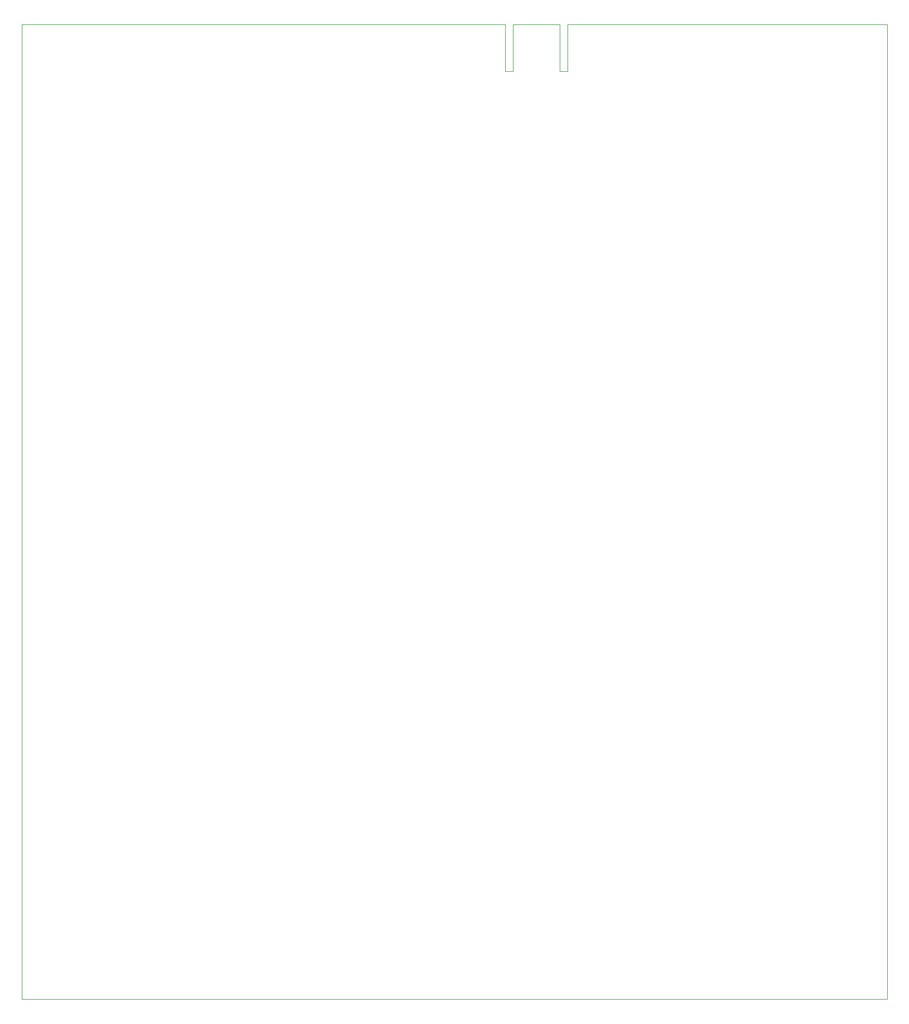
<source format=gm1>
G04 #@! TF.FileFunction,Profile,NP*
%FSLAX46Y46*%
G04 Gerber Fmt 4.6, Leading zero omitted, Abs format (unit mm)*
G04 Created by KiCad (PCBNEW (2017-02-01 revision d1f8dbb)-4.0) date Tue Apr 11 00:13:50 2017*
%MOMM*%
%LPD*%
G01*
G04 APERTURE LIST*
%ADD10C,0.150000*%
%ADD11C,0.100000*%
G04 APERTURE END LIST*
D10*
D11*
X62230000Y-53340000D02*
X106680000Y-53340000D01*
X62230000Y-212090000D02*
X62230000Y-53340000D01*
X203200000Y-212090000D02*
X62230000Y-212090000D01*
X203200000Y-53340000D02*
X203200000Y-212090000D01*
X196850000Y-53340000D02*
X203200000Y-53340000D01*
X180340000Y-53340000D02*
X196850000Y-53340000D01*
X163830000Y-53340000D02*
X180340000Y-53340000D01*
X151130000Y-53340000D02*
X163830000Y-53340000D01*
X151130000Y-60960000D02*
X151130000Y-53340000D01*
X149860000Y-60960000D02*
X151130000Y-60960000D01*
X149860000Y-53340000D02*
X149860000Y-60960000D01*
X142240000Y-53340000D02*
X149860000Y-53340000D01*
X142240000Y-60960000D02*
X142240000Y-53340000D01*
X140970000Y-60960000D02*
X142240000Y-60960000D01*
X140970000Y-53340000D02*
X140970000Y-60960000D01*
X106680000Y-53340000D02*
X140970000Y-53340000D01*
M02*

</source>
